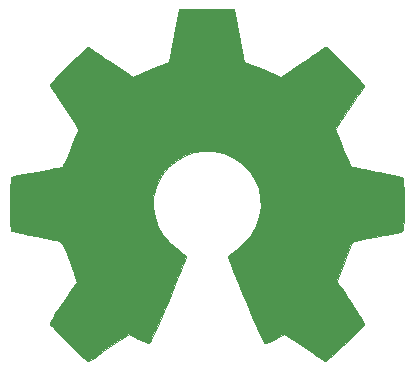
<source format=gbo>
%TF.GenerationSoftware,KiCad,Pcbnew,(5.99.0-9801-g46d71f0d23)*%
%TF.CreationDate,2021-03-17T00:26:50+01:00*%
%TF.ProjectId,pi-hat-lorawan-gateway-minipci,70692d68-6174-42d6-9c6f-726177616e2d,rev?*%
%TF.SameCoordinates,Original*%
%TF.FileFunction,Legend,Bot*%
%TF.FilePolarity,Positive*%
%FSLAX46Y46*%
G04 Gerber Fmt 4.6, Leading zero omitted, Abs format (unit mm)*
G04 Created by KiCad (PCBNEW (5.99.0-9801-g46d71f0d23)) date 2021-03-17 00:26:50*
%MOMM*%
%LPD*%
G01*
G04 APERTURE LIST*
%ADD10C,0.010000*%
G04 APERTURE END LIST*
D10*
%TO.C,REF\u002A\u002A*%
X207780493Y-90331600D02*
X207358309Y-92571068D01*
X207358309Y-92571068D02*
X205800509Y-93213245D01*
X205800509Y-93213245D02*
X204242709Y-93855421D01*
X204242709Y-93855421D02*
X202373868Y-92584623D01*
X202373868Y-92584623D02*
X201850495Y-92230790D01*
X201850495Y-92230790D02*
X201377394Y-91914863D01*
X201377394Y-91914863D02*
X200976642Y-91651268D01*
X200976642Y-91651268D02*
X200670316Y-91454426D01*
X200670316Y-91454426D02*
X200480494Y-91338763D01*
X200480494Y-91338763D02*
X200428799Y-91313824D01*
X200428799Y-91313824D02*
X200335672Y-91377965D01*
X200335672Y-91377965D02*
X200136669Y-91555289D01*
X200136669Y-91555289D02*
X199854098Y-91823143D01*
X199854098Y-91823143D02*
X199510263Y-92158875D01*
X199510263Y-92158875D02*
X199127471Y-92539834D01*
X199127471Y-92539834D02*
X198728027Y-92943369D01*
X198728027Y-92943369D02*
X198334237Y-93346826D01*
X198334237Y-93346826D02*
X197968407Y-93727556D01*
X197968407Y-93727556D02*
X197652842Y-94062905D01*
X197652842Y-94062905D02*
X197409849Y-94330222D01*
X197409849Y-94330222D02*
X197261733Y-94506856D01*
X197261733Y-94506856D02*
X197226324Y-94565969D01*
X197226324Y-94565969D02*
X197277283Y-94674949D01*
X197277283Y-94674949D02*
X197420149Y-94913702D01*
X197420149Y-94913702D02*
X197639898Y-95258875D01*
X197639898Y-95258875D02*
X197921511Y-95687113D01*
X197921511Y-95687113D02*
X198249967Y-96175064D01*
X198249967Y-96175064D02*
X198440294Y-96453379D01*
X198440294Y-96453379D02*
X198787206Y-96961582D01*
X198787206Y-96961582D02*
X199095472Y-97420184D01*
X199095472Y-97420184D02*
X199350137Y-97806356D01*
X199350137Y-97806356D02*
X199536247Y-98097272D01*
X199536247Y-98097272D02*
X199638848Y-98270104D01*
X199638848Y-98270104D02*
X199654265Y-98306425D01*
X199654265Y-98306425D02*
X199619314Y-98409651D01*
X199619314Y-98409651D02*
X199524045Y-98650229D01*
X199524045Y-98650229D02*
X199382832Y-98994336D01*
X199382832Y-98994336D02*
X199210051Y-99408145D01*
X199210051Y-99408145D02*
X199020075Y-99857831D01*
X199020075Y-99857831D02*
X198827279Y-100309569D01*
X198827279Y-100309569D02*
X198646038Y-100729534D01*
X198646038Y-100729534D02*
X198490727Y-101083900D01*
X198490727Y-101083900D02*
X198375721Y-101338843D01*
X198375721Y-101338843D02*
X198315393Y-101460536D01*
X198315393Y-101460536D02*
X198311832Y-101465326D01*
X198311832Y-101465326D02*
X198217105Y-101488562D01*
X198217105Y-101488562D02*
X197964828Y-101540400D01*
X197964828Y-101540400D02*
X197581150Y-101615746D01*
X197581150Y-101615746D02*
X197092221Y-101709502D01*
X197092221Y-101709502D02*
X196524189Y-101816572D01*
X196524189Y-101816572D02*
X196192773Y-101878316D01*
X196192773Y-101878316D02*
X195585802Y-101993883D01*
X195585802Y-101993883D02*
X195037565Y-102103851D01*
X195037565Y-102103851D02*
X194575799Y-102202203D01*
X194575799Y-102202203D02*
X194228239Y-102282923D01*
X194228239Y-102282923D02*
X194022621Y-102339992D01*
X194022621Y-102339992D02*
X193981287Y-102358099D01*
X193981287Y-102358099D02*
X193940804Y-102480654D01*
X193940804Y-102480654D02*
X193908140Y-102757442D01*
X193908140Y-102757442D02*
X193883273Y-103156096D01*
X193883273Y-103156096D02*
X193866181Y-103644249D01*
X193866181Y-103644249D02*
X193856841Y-104189536D01*
X193856841Y-104189536D02*
X193855232Y-104759588D01*
X193855232Y-104759588D02*
X193861331Y-105322038D01*
X193861331Y-105322038D02*
X193875117Y-105844522D01*
X193875117Y-105844522D02*
X193896566Y-106294670D01*
X193896566Y-106294670D02*
X193925658Y-106640117D01*
X193925658Y-106640117D02*
X193962369Y-106848495D01*
X193962369Y-106848495D02*
X193984388Y-106891875D01*
X193984388Y-106891875D02*
X194116004Y-106943870D01*
X194116004Y-106943870D02*
X194394892Y-107018205D01*
X194394892Y-107018205D02*
X194784163Y-107106148D01*
X194784163Y-107106148D02*
X195246927Y-107198965D01*
X195246927Y-107198965D02*
X195408468Y-107228992D01*
X195408468Y-107228992D02*
X196187322Y-107371654D01*
X196187322Y-107371654D02*
X196802560Y-107486546D01*
X196802560Y-107486546D02*
X197274512Y-107578233D01*
X197274512Y-107578233D02*
X197623506Y-107651282D01*
X197623506Y-107651282D02*
X197869871Y-107710259D01*
X197869871Y-107710259D02*
X198033936Y-107759731D01*
X198033936Y-107759731D02*
X198136029Y-107804265D01*
X198136029Y-107804265D02*
X198196479Y-107848426D01*
X198196479Y-107848426D02*
X198204936Y-107857154D01*
X198204936Y-107857154D02*
X198289364Y-107997749D01*
X198289364Y-107997749D02*
X198418157Y-108271367D01*
X198418157Y-108271367D02*
X198578457Y-108644501D01*
X198578457Y-108644501D02*
X198757404Y-109083649D01*
X198757404Y-109083649D02*
X198942136Y-109555304D01*
X198942136Y-109555304D02*
X199119794Y-110025962D01*
X199119794Y-110025962D02*
X199277518Y-110462119D01*
X199277518Y-110462119D02*
X199402447Y-110830270D01*
X199402447Y-110830270D02*
X199481721Y-111096909D01*
X199481721Y-111096909D02*
X199502481Y-111228533D01*
X199502481Y-111228533D02*
X199500750Y-111233144D01*
X199500750Y-111233144D02*
X199430411Y-111340729D01*
X199430411Y-111340729D02*
X199270838Y-111577444D01*
X199270838Y-111577444D02*
X199038801Y-111918649D01*
X199038801Y-111918649D02*
X198751068Y-112339706D01*
X198751068Y-112339706D02*
X198424408Y-112815976D01*
X198424408Y-112815976D02*
X198331379Y-112951322D01*
X198331379Y-112951322D02*
X197999677Y-113442010D01*
X197999677Y-113442010D02*
X197707793Y-113889716D01*
X197707793Y-113889716D02*
X197471628Y-114268731D01*
X197471628Y-114268731D02*
X197307081Y-114553345D01*
X197307081Y-114553345D02*
X197230055Y-114717852D01*
X197230055Y-114717852D02*
X197226324Y-114738062D01*
X197226324Y-114738062D02*
X197291041Y-114844289D01*
X197291041Y-114844289D02*
X197469865Y-115054728D01*
X197469865Y-115054728D02*
X197739810Y-115346762D01*
X197739810Y-115346762D02*
X198077886Y-115697776D01*
X198077886Y-115697776D02*
X198461104Y-116085152D01*
X198461104Y-116085152D02*
X198866478Y-116486273D01*
X198866478Y-116486273D02*
X199271017Y-116878522D01*
X199271017Y-116878522D02*
X199651735Y-117239284D01*
X199651735Y-117239284D02*
X199985642Y-117545941D01*
X199985642Y-117545941D02*
X200249750Y-117775876D01*
X200249750Y-117775876D02*
X200421071Y-117906472D01*
X200421071Y-117906472D02*
X200468465Y-117927794D01*
X200468465Y-117927794D02*
X200578782Y-117877573D01*
X200578782Y-117877573D02*
X200804645Y-117742122D01*
X200804645Y-117742122D02*
X201109263Y-117544259D01*
X201109263Y-117544259D02*
X201343635Y-117385002D01*
X201343635Y-117385002D02*
X201768306Y-117092776D01*
X201768306Y-117092776D02*
X202271220Y-116748691D01*
X202271220Y-116748691D02*
X202775669Y-116405157D01*
X202775669Y-116405157D02*
X203046876Y-116221298D01*
X203046876Y-116221298D02*
X203964855Y-115600388D01*
X203964855Y-115600388D02*
X204735434Y-116017032D01*
X204735434Y-116017032D02*
X205086490Y-116199556D01*
X205086490Y-116199556D02*
X205385011Y-116341427D01*
X205385011Y-116341427D02*
X205586996Y-116422344D01*
X205586996Y-116422344D02*
X205638411Y-116433603D01*
X205638411Y-116433603D02*
X205700236Y-116350473D01*
X205700236Y-116350473D02*
X205822206Y-116115560D01*
X205822206Y-116115560D02*
X205995217Y-115750532D01*
X205995217Y-115750532D02*
X206210163Y-115277060D01*
X206210163Y-115277060D02*
X206457939Y-114716811D01*
X206457939Y-114716811D02*
X206729441Y-114091453D01*
X206729441Y-114091453D02*
X207015563Y-113422657D01*
X207015563Y-113422657D02*
X207307200Y-112732089D01*
X207307200Y-112732089D02*
X207595247Y-112041420D01*
X207595247Y-112041420D02*
X207870600Y-111372318D01*
X207870600Y-111372318D02*
X208124152Y-110746451D01*
X208124152Y-110746451D02*
X208346800Y-110185488D01*
X208346800Y-110185488D02*
X208529438Y-109711099D01*
X208529438Y-109711099D02*
X208662960Y-109344950D01*
X208662960Y-109344950D02*
X208738263Y-109108712D01*
X208738263Y-109108712D02*
X208750373Y-109027578D01*
X208750373Y-109027578D02*
X208654388Y-108924089D01*
X208654388Y-108924089D02*
X208444229Y-108756095D01*
X208444229Y-108756095D02*
X208163832Y-108558501D01*
X208163832Y-108558501D02*
X208140298Y-108542868D01*
X208140298Y-108542868D02*
X207415581Y-107962757D01*
X207415581Y-107962757D02*
X206831221Y-107285965D01*
X206831221Y-107285965D02*
X206392282Y-106534133D01*
X206392282Y-106534133D02*
X206103829Y-105728902D01*
X206103829Y-105728902D02*
X205970924Y-104891912D01*
X205970924Y-104891912D02*
X205998634Y-104044804D01*
X205998634Y-104044804D02*
X206192021Y-103209219D01*
X206192021Y-103209219D02*
X206556151Y-102406798D01*
X206556151Y-102406798D02*
X206663281Y-102231238D01*
X206663281Y-102231238D02*
X207220494Y-101522318D01*
X207220494Y-101522318D02*
X207878774Y-100953044D01*
X207878774Y-100953044D02*
X208615337Y-100526378D01*
X208615337Y-100526378D02*
X209407399Y-100245279D01*
X209407399Y-100245279D02*
X210232176Y-100112709D01*
X210232176Y-100112709D02*
X211066886Y-100131627D01*
X211066886Y-100131627D02*
X211888744Y-100304995D01*
X211888744Y-100304995D02*
X212674966Y-100635772D01*
X212674966Y-100635772D02*
X213402769Y-101126919D01*
X213402769Y-101126919D02*
X213627900Y-101326265D01*
X213627900Y-101326265D02*
X214200868Y-101950271D01*
X214200868Y-101950271D02*
X214618385Y-102607171D01*
X214618385Y-102607171D02*
X214904787Y-103343497D01*
X214904787Y-103343497D02*
X215064298Y-104072689D01*
X215064298Y-104072689D02*
X215103675Y-104892531D01*
X215103675Y-104892531D02*
X214972372Y-105716443D01*
X214972372Y-105716443D02*
X214683725Y-106516576D01*
X214683725Y-106516576D02*
X214251073Y-107265080D01*
X214251073Y-107265080D02*
X213687753Y-107934109D01*
X213687753Y-107934109D02*
X213007101Y-108495812D01*
X213007101Y-108495812D02*
X212917646Y-108555021D01*
X212917646Y-108555021D02*
X212634244Y-108748920D01*
X212634244Y-108748920D02*
X212418806Y-108916921D01*
X212418806Y-108916921D02*
X212315809Y-109024187D01*
X212315809Y-109024187D02*
X212314311Y-109027578D01*
X212314311Y-109027578D02*
X212336423Y-109143615D01*
X212336423Y-109143615D02*
X212424079Y-109406966D01*
X212424079Y-109406966D02*
X212568169Y-109795970D01*
X212568169Y-109795970D02*
X212759584Y-110288961D01*
X212759584Y-110288961D02*
X212989216Y-110864276D01*
X212989216Y-110864276D02*
X213247957Y-111500252D01*
X213247957Y-111500252D02*
X213526698Y-112175225D01*
X213526698Y-112175225D02*
X213816329Y-112867530D01*
X213816329Y-112867530D02*
X214107744Y-113555504D01*
X214107744Y-113555504D02*
X214391832Y-114217483D01*
X214391832Y-114217483D02*
X214659485Y-114831804D01*
X214659485Y-114831804D02*
X214901594Y-115376802D01*
X214901594Y-115376802D02*
X215109052Y-115830815D01*
X215109052Y-115830815D02*
X215272749Y-116172177D01*
X215272749Y-116172177D02*
X215383577Y-116379225D01*
X215383577Y-116379225D02*
X215428207Y-116433603D01*
X215428207Y-116433603D02*
X215564585Y-116391259D01*
X215564585Y-116391259D02*
X215819762Y-116277692D01*
X215819762Y-116277692D02*
X216149737Y-116113200D01*
X216149737Y-116113200D02*
X216331184Y-116017032D01*
X216331184Y-116017032D02*
X217101763Y-115600388D01*
X217101763Y-115600388D02*
X218019742Y-116221298D01*
X218019742Y-116221298D02*
X218488350Y-116539386D01*
X218488350Y-116539386D02*
X219001394Y-116889433D01*
X219001394Y-116889433D02*
X219482167Y-117219031D01*
X219482167Y-117219031D02*
X219722983Y-117385002D01*
X219722983Y-117385002D02*
X220061682Y-117612441D01*
X220061682Y-117612441D02*
X220348482Y-117792677D01*
X220348482Y-117792677D02*
X220545971Y-117902885D01*
X220545971Y-117902885D02*
X220610116Y-117926183D01*
X220610116Y-117926183D02*
X220703479Y-117863335D01*
X220703479Y-117863335D02*
X220910106Y-117687885D01*
X220910106Y-117687885D02*
X221209964Y-117418050D01*
X221209964Y-117418050D02*
X221583022Y-117072045D01*
X221583022Y-117072045D02*
X222009247Y-116668088D01*
X222009247Y-116668088D02*
X222278816Y-116408720D01*
X222278816Y-116408720D02*
X222750431Y-115945338D01*
X222750431Y-115945338D02*
X223158012Y-115530877D01*
X223158012Y-115530877D02*
X223485081Y-115183068D01*
X223485081Y-115183068D02*
X223715163Y-114919640D01*
X223715163Y-114919640D02*
X223831782Y-114758323D01*
X223831782Y-114758323D02*
X223842970Y-114725586D01*
X223842970Y-114725586D02*
X223791051Y-114601063D01*
X223791051Y-114601063D02*
X223647578Y-114349283D01*
X223647578Y-114349283D02*
X223428468Y-113995738D01*
X223428468Y-113995738D02*
X223149634Y-113565917D01*
X223149634Y-113565917D02*
X222826992Y-113085311D01*
X222826992Y-113085311D02*
X222735239Y-112951322D01*
X222735239Y-112951322D02*
X222400919Y-112464334D01*
X222400919Y-112464334D02*
X222100982Y-112025883D01*
X222100982Y-112025883D02*
X221852197Y-111660607D01*
X221852197Y-111660607D02*
X221671333Y-111393146D01*
X221671333Y-111393146D02*
X221575159Y-111248138D01*
X221575159Y-111248138D02*
X221565868Y-111233144D01*
X221565868Y-111233144D02*
X221579763Y-111117580D01*
X221579763Y-111117580D02*
X221653518Y-110863496D01*
X221653518Y-110863496D02*
X221774273Y-110504396D01*
X221774273Y-110504396D02*
X221929169Y-110073784D01*
X221929169Y-110073784D02*
X222105344Y-109605166D01*
X222105344Y-109605166D02*
X222289938Y-109132046D01*
X222289938Y-109132046D02*
X222470092Y-108687929D01*
X222470092Y-108687929D02*
X222632945Y-108306319D01*
X222632945Y-108306319D02*
X222765637Y-108020721D01*
X222765637Y-108020721D02*
X222855308Y-107864641D01*
X222855308Y-107864641D02*
X222861682Y-107857154D01*
X222861682Y-107857154D02*
X222916516Y-107812547D01*
X222916516Y-107812547D02*
X223009130Y-107768436D01*
X223009130Y-107768436D02*
X223159852Y-107720254D01*
X223159852Y-107720254D02*
X223389011Y-107663434D01*
X223389011Y-107663434D02*
X223716936Y-107593411D01*
X223716936Y-107593411D02*
X224163954Y-107505618D01*
X224163954Y-107505618D02*
X224750396Y-107395488D01*
X224750396Y-107395488D02*
X225496589Y-107258455D01*
X225496589Y-107258455D02*
X225658150Y-107228992D01*
X225658150Y-107228992D02*
X226136984Y-107136477D01*
X226136984Y-107136477D02*
X226554424Y-107045974D01*
X226554424Y-107045974D02*
X226873579Y-106966213D01*
X226873579Y-106966213D02*
X227057561Y-106905929D01*
X227057561Y-106905929D02*
X227082231Y-106891875D01*
X227082231Y-106891875D02*
X227122883Y-106767275D01*
X227122883Y-106767275D02*
X227155926Y-106488830D01*
X227155926Y-106488830D02*
X227181339Y-106088908D01*
X227181339Y-106088908D02*
X227199100Y-105599876D01*
X227199100Y-105599876D02*
X227209186Y-105054100D01*
X227209186Y-105054100D02*
X227211575Y-104483947D01*
X227211575Y-104483947D02*
X227206244Y-103921784D01*
X227206244Y-103921784D02*
X227193173Y-103399978D01*
X227193173Y-103399978D02*
X227172339Y-102950896D01*
X227172339Y-102950896D02*
X227143719Y-102606905D01*
X227143719Y-102606905D02*
X227107291Y-102400371D01*
X227107291Y-102400371D02*
X227085331Y-102358099D01*
X227085331Y-102358099D02*
X226963074Y-102315459D01*
X226963074Y-102315459D02*
X226684682Y-102246089D01*
X226684682Y-102246089D02*
X226277890Y-102156008D01*
X226277890Y-102156008D02*
X225770435Y-102051232D01*
X225770435Y-102051232D02*
X225190054Y-101937779D01*
X225190054Y-101937779D02*
X224873845Y-101878316D01*
X224873845Y-101878316D02*
X224273888Y-101766163D01*
X224273888Y-101766163D02*
X223738872Y-101664563D01*
X223738872Y-101664563D02*
X223294944Y-101578614D01*
X223294944Y-101578614D02*
X222968255Y-101513412D01*
X222968255Y-101513412D02*
X222784955Y-101474052D01*
X222784955Y-101474052D02*
X222754787Y-101465326D01*
X222754787Y-101465326D02*
X222703798Y-101366947D01*
X222703798Y-101366947D02*
X222596015Y-101129983D01*
X222596015Y-101129983D02*
X222445804Y-100788287D01*
X222445804Y-100788287D02*
X222267532Y-100375714D01*
X222267532Y-100375714D02*
X222075567Y-99926118D01*
X222075567Y-99926118D02*
X221884276Y-99473351D01*
X221884276Y-99473351D02*
X221708026Y-99051267D01*
X221708026Y-99051267D02*
X221561183Y-98693720D01*
X221561183Y-98693720D02*
X221458115Y-98434564D01*
X221458115Y-98434564D02*
X221413189Y-98307652D01*
X221413189Y-98307652D02*
X221412353Y-98302105D01*
X221412353Y-98302105D02*
X221463283Y-98201989D01*
X221463283Y-98201989D02*
X221606067Y-97971599D01*
X221606067Y-97971599D02*
X221825698Y-97633832D01*
X221825698Y-97633832D02*
X222107169Y-97211587D01*
X222107169Y-97211587D02*
X222435472Y-96727762D01*
X222435472Y-96727762D02*
X222626324Y-96449853D01*
X222626324Y-96449853D02*
X222974090Y-95940289D01*
X222974090Y-95940289D02*
X223282971Y-95477659D01*
X223282971Y-95477659D02*
X223537896Y-95085365D01*
X223537896Y-95085365D02*
X223723793Y-94786810D01*
X223723793Y-94786810D02*
X223825592Y-94605399D01*
X223825592Y-94605399D02*
X223840294Y-94564732D01*
X223840294Y-94564732D02*
X223777093Y-94470074D01*
X223777093Y-94470074D02*
X223602369Y-94267965D01*
X223602369Y-94267965D02*
X223338442Y-93981047D01*
X223338442Y-93981047D02*
X223007630Y-93631963D01*
X223007630Y-93631963D02*
X222632253Y-93243354D01*
X222632253Y-93243354D02*
X222234631Y-92837865D01*
X222234631Y-92837865D02*
X221837083Y-92438136D01*
X221837083Y-92438136D02*
X221461928Y-92066811D01*
X221461928Y-92066811D02*
X221131486Y-91746532D01*
X221131486Y-91746532D02*
X220868076Y-91499942D01*
X220868076Y-91499942D02*
X220694017Y-91349684D01*
X220694017Y-91349684D02*
X220635788Y-91313824D01*
X220635788Y-91313824D02*
X220540976Y-91364248D01*
X220540976Y-91364248D02*
X220314207Y-91505908D01*
X220314207Y-91505908D02*
X219977528Y-91724382D01*
X219977528Y-91724382D02*
X219552988Y-92005251D01*
X219552988Y-92005251D02*
X219062635Y-92334095D01*
X219062635Y-92334095D02*
X218692750Y-92584623D01*
X218692750Y-92584623D02*
X216823909Y-93855421D01*
X216823909Y-93855421D02*
X215266109Y-93213245D01*
X215266109Y-93213245D02*
X213708309Y-92571068D01*
X213708309Y-92571068D02*
X213286125Y-90331600D01*
X213286125Y-90331600D02*
X212863941Y-88092133D01*
X212863941Y-88092133D02*
X208202677Y-88092133D01*
X208202677Y-88092133D02*
X207780493Y-90331600D01*
X207780493Y-90331600D02*
X207780493Y-90331600D01*
G36*
X213286125Y-90331600D02*
G01*
X213708309Y-92571068D01*
X215266109Y-93213245D01*
X216823909Y-93855421D01*
X218692750Y-92584623D01*
X219062635Y-92334095D01*
X219552988Y-92005251D01*
X219977528Y-91724382D01*
X220314207Y-91505908D01*
X220540976Y-91364248D01*
X220635788Y-91313824D01*
X220694017Y-91349684D01*
X220868076Y-91499942D01*
X221131486Y-91746532D01*
X221461928Y-92066811D01*
X221837083Y-92438136D01*
X222234631Y-92837865D01*
X222632253Y-93243354D01*
X223007630Y-93631963D01*
X223338442Y-93981047D01*
X223602369Y-94267965D01*
X223777093Y-94470074D01*
X223840294Y-94564732D01*
X223825592Y-94605399D01*
X223723793Y-94786810D01*
X223537896Y-95085365D01*
X223282971Y-95477659D01*
X222974090Y-95940289D01*
X222626324Y-96449853D01*
X222435472Y-96727762D01*
X222107169Y-97211587D01*
X221825698Y-97633832D01*
X221606067Y-97971599D01*
X221463283Y-98201989D01*
X221412353Y-98302105D01*
X221413189Y-98307652D01*
X221458115Y-98434564D01*
X221561183Y-98693720D01*
X221708026Y-99051267D01*
X221884276Y-99473351D01*
X222075567Y-99926118D01*
X222267532Y-100375714D01*
X222445804Y-100788287D01*
X222596015Y-101129983D01*
X222703798Y-101366947D01*
X222754787Y-101465326D01*
X222784955Y-101474052D01*
X222968255Y-101513412D01*
X223294944Y-101578614D01*
X223738872Y-101664563D01*
X224273888Y-101766163D01*
X224873845Y-101878316D01*
X225190054Y-101937779D01*
X225770435Y-102051232D01*
X226277890Y-102156008D01*
X226684682Y-102246089D01*
X226963074Y-102315459D01*
X227085331Y-102358099D01*
X227107291Y-102400371D01*
X227143719Y-102606905D01*
X227172339Y-102950896D01*
X227193173Y-103399978D01*
X227206244Y-103921784D01*
X227211575Y-104483947D01*
X227209186Y-105054100D01*
X227199100Y-105599876D01*
X227181339Y-106088908D01*
X227155926Y-106488830D01*
X227122883Y-106767275D01*
X227082231Y-106891875D01*
X227057561Y-106905929D01*
X226873579Y-106966213D01*
X226554424Y-107045974D01*
X226136984Y-107136477D01*
X225658150Y-107228992D01*
X225496589Y-107258455D01*
X224750396Y-107395488D01*
X224163954Y-107505618D01*
X223716936Y-107593411D01*
X223389011Y-107663434D01*
X223159852Y-107720254D01*
X223009130Y-107768436D01*
X222916516Y-107812547D01*
X222861682Y-107857154D01*
X222855308Y-107864641D01*
X222765637Y-108020721D01*
X222632945Y-108306319D01*
X222470092Y-108687929D01*
X222289938Y-109132046D01*
X222105344Y-109605166D01*
X221929169Y-110073784D01*
X221774273Y-110504396D01*
X221653518Y-110863496D01*
X221579763Y-111117580D01*
X221565868Y-111233144D01*
X221575159Y-111248138D01*
X221671333Y-111393146D01*
X221852197Y-111660607D01*
X222100982Y-112025883D01*
X222400919Y-112464334D01*
X222735239Y-112951322D01*
X222826992Y-113085311D01*
X223149634Y-113565917D01*
X223428468Y-113995738D01*
X223647578Y-114349283D01*
X223791051Y-114601063D01*
X223842970Y-114725586D01*
X223831782Y-114758323D01*
X223715163Y-114919640D01*
X223485081Y-115183068D01*
X223158012Y-115530877D01*
X222750431Y-115945338D01*
X222278816Y-116408720D01*
X222009247Y-116668088D01*
X221583022Y-117072045D01*
X221209964Y-117418050D01*
X220910106Y-117687885D01*
X220703479Y-117863335D01*
X220610116Y-117926183D01*
X220545971Y-117902885D01*
X220348482Y-117792677D01*
X220061682Y-117612441D01*
X219722983Y-117385002D01*
X219482167Y-117219031D01*
X219001394Y-116889433D01*
X218488350Y-116539386D01*
X218019742Y-116221298D01*
X217101763Y-115600388D01*
X216331184Y-116017032D01*
X216149737Y-116113200D01*
X215819762Y-116277692D01*
X215564585Y-116391259D01*
X215428207Y-116433603D01*
X215383577Y-116379225D01*
X215272749Y-116172177D01*
X215109052Y-115830815D01*
X214901594Y-115376802D01*
X214659485Y-114831804D01*
X214391832Y-114217483D01*
X214107744Y-113555504D01*
X213816329Y-112867530D01*
X213526698Y-112175225D01*
X213247957Y-111500252D01*
X212989216Y-110864276D01*
X212759584Y-110288961D01*
X212568169Y-109795970D01*
X212424079Y-109406966D01*
X212336423Y-109143615D01*
X212314311Y-109027578D01*
X212315809Y-109024187D01*
X212418806Y-108916921D01*
X212634244Y-108748920D01*
X212917646Y-108555021D01*
X213007101Y-108495812D01*
X213687753Y-107934109D01*
X214251073Y-107265080D01*
X214683725Y-106516576D01*
X214972372Y-105716443D01*
X215103675Y-104892531D01*
X215064298Y-104072689D01*
X214904787Y-103343497D01*
X214618385Y-102607171D01*
X214200868Y-101950271D01*
X213627900Y-101326265D01*
X213402769Y-101126919D01*
X212674966Y-100635772D01*
X211888744Y-100304995D01*
X211066886Y-100131627D01*
X210232176Y-100112709D01*
X209407399Y-100245279D01*
X208615337Y-100526378D01*
X207878774Y-100953044D01*
X207220494Y-101522318D01*
X206663281Y-102231238D01*
X206556151Y-102406798D01*
X206192021Y-103209219D01*
X205998634Y-104044804D01*
X205970924Y-104891912D01*
X206103829Y-105728902D01*
X206392282Y-106534133D01*
X206831221Y-107285965D01*
X207415581Y-107962757D01*
X208140298Y-108542868D01*
X208163832Y-108558501D01*
X208444229Y-108756095D01*
X208654388Y-108924089D01*
X208750373Y-109027578D01*
X208738263Y-109108712D01*
X208662960Y-109344950D01*
X208529438Y-109711099D01*
X208346800Y-110185488D01*
X208124152Y-110746451D01*
X207870600Y-111372318D01*
X207595247Y-112041420D01*
X207307200Y-112732089D01*
X207015563Y-113422657D01*
X206729441Y-114091453D01*
X206457939Y-114716811D01*
X206210163Y-115277060D01*
X205995217Y-115750532D01*
X205822206Y-116115560D01*
X205700236Y-116350473D01*
X205638411Y-116433603D01*
X205586996Y-116422344D01*
X205385011Y-116341427D01*
X205086490Y-116199556D01*
X204735434Y-116017032D01*
X203964855Y-115600388D01*
X203046876Y-116221298D01*
X202775669Y-116405157D01*
X202271220Y-116748691D01*
X201768306Y-117092776D01*
X201343635Y-117385002D01*
X201109263Y-117544259D01*
X200804645Y-117742122D01*
X200578782Y-117877573D01*
X200468465Y-117927794D01*
X200421071Y-117906472D01*
X200249750Y-117775876D01*
X199985642Y-117545941D01*
X199651735Y-117239284D01*
X199271017Y-116878522D01*
X198866478Y-116486273D01*
X198461104Y-116085152D01*
X198077886Y-115697776D01*
X197739810Y-115346762D01*
X197469865Y-115054728D01*
X197291041Y-114844289D01*
X197226324Y-114738062D01*
X197230055Y-114717852D01*
X197307081Y-114553345D01*
X197471628Y-114268731D01*
X197707793Y-113889716D01*
X197999677Y-113442010D01*
X198331379Y-112951322D01*
X198424408Y-112815976D01*
X198751068Y-112339706D01*
X199038801Y-111918649D01*
X199270838Y-111577444D01*
X199430411Y-111340729D01*
X199500750Y-111233144D01*
X199502481Y-111228533D01*
X199481721Y-111096909D01*
X199402447Y-110830270D01*
X199277518Y-110462119D01*
X199119794Y-110025962D01*
X198942136Y-109555304D01*
X198757404Y-109083649D01*
X198578457Y-108644501D01*
X198418157Y-108271367D01*
X198289364Y-107997749D01*
X198204936Y-107857154D01*
X198196479Y-107848426D01*
X198136029Y-107804265D01*
X198033936Y-107759731D01*
X197869871Y-107710259D01*
X197623506Y-107651282D01*
X197274512Y-107578233D01*
X196802560Y-107486546D01*
X196187322Y-107371654D01*
X195408468Y-107228992D01*
X195246927Y-107198965D01*
X194784163Y-107106148D01*
X194394892Y-107018205D01*
X194116004Y-106943870D01*
X193984388Y-106891875D01*
X193962369Y-106848495D01*
X193925658Y-106640117D01*
X193896566Y-106294670D01*
X193875117Y-105844522D01*
X193861331Y-105322038D01*
X193855232Y-104759588D01*
X193856841Y-104189536D01*
X193866181Y-103644249D01*
X193883273Y-103156096D01*
X193908140Y-102757442D01*
X193940804Y-102480654D01*
X193981287Y-102358099D01*
X194022621Y-102339992D01*
X194228239Y-102282923D01*
X194575799Y-102202203D01*
X195037565Y-102103851D01*
X195585802Y-101993883D01*
X196192773Y-101878316D01*
X196524189Y-101816572D01*
X197092221Y-101709502D01*
X197581150Y-101615746D01*
X197964828Y-101540400D01*
X198217105Y-101488562D01*
X198311832Y-101465326D01*
X198315393Y-101460536D01*
X198375721Y-101338843D01*
X198490727Y-101083900D01*
X198646038Y-100729534D01*
X198827279Y-100309569D01*
X199020075Y-99857831D01*
X199210051Y-99408145D01*
X199382832Y-98994336D01*
X199524045Y-98650229D01*
X199619314Y-98409651D01*
X199654265Y-98306425D01*
X199638848Y-98270104D01*
X199536247Y-98097272D01*
X199350137Y-97806356D01*
X199095472Y-97420184D01*
X198787206Y-96961582D01*
X198440294Y-96453379D01*
X198249967Y-96175064D01*
X197921511Y-95687113D01*
X197639898Y-95258875D01*
X197420149Y-94913702D01*
X197277283Y-94674949D01*
X197226324Y-94565969D01*
X197261733Y-94506856D01*
X197409849Y-94330222D01*
X197652842Y-94062905D01*
X197968407Y-93727556D01*
X198334237Y-93346826D01*
X198728027Y-92943369D01*
X199127471Y-92539834D01*
X199510263Y-92158875D01*
X199854098Y-91823143D01*
X200136669Y-91555289D01*
X200335672Y-91377965D01*
X200428799Y-91313824D01*
X200480494Y-91338763D01*
X200670316Y-91454426D01*
X200976642Y-91651268D01*
X201377394Y-91914863D01*
X201850495Y-92230790D01*
X202373868Y-92584623D01*
X204242709Y-93855421D01*
X205800509Y-93213245D01*
X207358309Y-92571068D01*
X207780493Y-90331600D01*
X208202677Y-88092133D01*
X212863941Y-88092133D01*
X213286125Y-90331600D01*
G37*
X213286125Y-90331600D02*
X213708309Y-92571068D01*
X215266109Y-93213245D01*
X216823909Y-93855421D01*
X218692750Y-92584623D01*
X219062635Y-92334095D01*
X219552988Y-92005251D01*
X219977528Y-91724382D01*
X220314207Y-91505908D01*
X220540976Y-91364248D01*
X220635788Y-91313824D01*
X220694017Y-91349684D01*
X220868076Y-91499942D01*
X221131486Y-91746532D01*
X221461928Y-92066811D01*
X221837083Y-92438136D01*
X222234631Y-92837865D01*
X222632253Y-93243354D01*
X223007630Y-93631963D01*
X223338442Y-93981047D01*
X223602369Y-94267965D01*
X223777093Y-94470074D01*
X223840294Y-94564732D01*
X223825592Y-94605399D01*
X223723793Y-94786810D01*
X223537896Y-95085365D01*
X223282971Y-95477659D01*
X222974090Y-95940289D01*
X222626324Y-96449853D01*
X222435472Y-96727762D01*
X222107169Y-97211587D01*
X221825698Y-97633832D01*
X221606067Y-97971599D01*
X221463283Y-98201989D01*
X221412353Y-98302105D01*
X221413189Y-98307652D01*
X221458115Y-98434564D01*
X221561183Y-98693720D01*
X221708026Y-99051267D01*
X221884276Y-99473351D01*
X222075567Y-99926118D01*
X222267532Y-100375714D01*
X222445804Y-100788287D01*
X222596015Y-101129983D01*
X222703798Y-101366947D01*
X222754787Y-101465326D01*
X222784955Y-101474052D01*
X222968255Y-101513412D01*
X223294944Y-101578614D01*
X223738872Y-101664563D01*
X224273888Y-101766163D01*
X224873845Y-101878316D01*
X225190054Y-101937779D01*
X225770435Y-102051232D01*
X226277890Y-102156008D01*
X226684682Y-102246089D01*
X226963074Y-102315459D01*
X227085331Y-102358099D01*
X227107291Y-102400371D01*
X227143719Y-102606905D01*
X227172339Y-102950896D01*
X227193173Y-103399978D01*
X227206244Y-103921784D01*
X227211575Y-104483947D01*
X227209186Y-105054100D01*
X227199100Y-105599876D01*
X227181339Y-106088908D01*
X227155926Y-106488830D01*
X227122883Y-106767275D01*
X227082231Y-106891875D01*
X227057561Y-106905929D01*
X226873579Y-106966213D01*
X226554424Y-107045974D01*
X226136984Y-107136477D01*
X225658150Y-107228992D01*
X225496589Y-107258455D01*
X224750396Y-107395488D01*
X224163954Y-107505618D01*
X223716936Y-107593411D01*
X223389011Y-107663434D01*
X223159852Y-107720254D01*
X223009130Y-107768436D01*
X222916516Y-107812547D01*
X222861682Y-107857154D01*
X222855308Y-107864641D01*
X222765637Y-108020721D01*
X222632945Y-108306319D01*
X222470092Y-108687929D01*
X222289938Y-109132046D01*
X222105344Y-109605166D01*
X221929169Y-110073784D01*
X221774273Y-110504396D01*
X221653518Y-110863496D01*
X221579763Y-111117580D01*
X221565868Y-111233144D01*
X221575159Y-111248138D01*
X221671333Y-111393146D01*
X221852197Y-111660607D01*
X222100982Y-112025883D01*
X222400919Y-112464334D01*
X222735239Y-112951322D01*
X222826992Y-113085311D01*
X223149634Y-113565917D01*
X223428468Y-113995738D01*
X223647578Y-114349283D01*
X223791051Y-114601063D01*
X223842970Y-114725586D01*
X223831782Y-114758323D01*
X223715163Y-114919640D01*
X223485081Y-115183068D01*
X223158012Y-115530877D01*
X222750431Y-115945338D01*
X222278816Y-116408720D01*
X222009247Y-116668088D01*
X221583022Y-117072045D01*
X221209964Y-117418050D01*
X220910106Y-117687885D01*
X220703479Y-117863335D01*
X220610116Y-117926183D01*
X220545971Y-117902885D01*
X220348482Y-117792677D01*
X220061682Y-117612441D01*
X219722983Y-117385002D01*
X219482167Y-117219031D01*
X219001394Y-116889433D01*
X218488350Y-116539386D01*
X218019742Y-116221298D01*
X217101763Y-115600388D01*
X216331184Y-116017032D01*
X216149737Y-116113200D01*
X215819762Y-116277692D01*
X215564585Y-116391259D01*
X215428207Y-116433603D01*
X215383577Y-116379225D01*
X215272749Y-116172177D01*
X215109052Y-115830815D01*
X214901594Y-115376802D01*
X214659485Y-114831804D01*
X214391832Y-114217483D01*
X214107744Y-113555504D01*
X213816329Y-112867530D01*
X213526698Y-112175225D01*
X213247957Y-111500252D01*
X212989216Y-110864276D01*
X212759584Y-110288961D01*
X212568169Y-109795970D01*
X212424079Y-109406966D01*
X212336423Y-109143615D01*
X212314311Y-109027578D01*
X212315809Y-109024187D01*
X212418806Y-108916921D01*
X212634244Y-108748920D01*
X212917646Y-108555021D01*
X213007101Y-108495812D01*
X213687753Y-107934109D01*
X214251073Y-107265080D01*
X214683725Y-106516576D01*
X214972372Y-105716443D01*
X215103675Y-104892531D01*
X215064298Y-104072689D01*
X214904787Y-103343497D01*
X214618385Y-102607171D01*
X214200868Y-101950271D01*
X213627900Y-101326265D01*
X213402769Y-101126919D01*
X212674966Y-100635772D01*
X211888744Y-100304995D01*
X211066886Y-100131627D01*
X210232176Y-100112709D01*
X209407399Y-100245279D01*
X208615337Y-100526378D01*
X207878774Y-100953044D01*
X207220494Y-101522318D01*
X206663281Y-102231238D01*
X206556151Y-102406798D01*
X206192021Y-103209219D01*
X205998634Y-104044804D01*
X205970924Y-104891912D01*
X206103829Y-105728902D01*
X206392282Y-106534133D01*
X206831221Y-107285965D01*
X207415581Y-107962757D01*
X208140298Y-108542868D01*
X208163832Y-108558501D01*
X208444229Y-108756095D01*
X208654388Y-108924089D01*
X208750373Y-109027578D01*
X208738263Y-109108712D01*
X208662960Y-109344950D01*
X208529438Y-109711099D01*
X208346800Y-110185488D01*
X208124152Y-110746451D01*
X207870600Y-111372318D01*
X207595247Y-112041420D01*
X207307200Y-112732089D01*
X207015563Y-113422657D01*
X206729441Y-114091453D01*
X206457939Y-114716811D01*
X206210163Y-115277060D01*
X205995217Y-115750532D01*
X205822206Y-116115560D01*
X205700236Y-116350473D01*
X205638411Y-116433603D01*
X205586996Y-116422344D01*
X205385011Y-116341427D01*
X205086490Y-116199556D01*
X204735434Y-116017032D01*
X203964855Y-115600388D01*
X203046876Y-116221298D01*
X202775669Y-116405157D01*
X202271220Y-116748691D01*
X201768306Y-117092776D01*
X201343635Y-117385002D01*
X201109263Y-117544259D01*
X200804645Y-117742122D01*
X200578782Y-117877573D01*
X200468465Y-117927794D01*
X200421071Y-117906472D01*
X200249750Y-117775876D01*
X199985642Y-117545941D01*
X199651735Y-117239284D01*
X199271017Y-116878522D01*
X198866478Y-116486273D01*
X198461104Y-116085152D01*
X198077886Y-115697776D01*
X197739810Y-115346762D01*
X197469865Y-115054728D01*
X197291041Y-114844289D01*
X197226324Y-114738062D01*
X197230055Y-114717852D01*
X197307081Y-114553345D01*
X197471628Y-114268731D01*
X197707793Y-113889716D01*
X197999677Y-113442010D01*
X198331379Y-112951322D01*
X198424408Y-112815976D01*
X198751068Y-112339706D01*
X199038801Y-111918649D01*
X199270838Y-111577444D01*
X199430411Y-111340729D01*
X199500750Y-111233144D01*
X199502481Y-111228533D01*
X199481721Y-111096909D01*
X199402447Y-110830270D01*
X199277518Y-110462119D01*
X199119794Y-110025962D01*
X198942136Y-109555304D01*
X198757404Y-109083649D01*
X198578457Y-108644501D01*
X198418157Y-108271367D01*
X198289364Y-107997749D01*
X198204936Y-107857154D01*
X198196479Y-107848426D01*
X198136029Y-107804265D01*
X198033936Y-107759731D01*
X197869871Y-107710259D01*
X197623506Y-107651282D01*
X197274512Y-107578233D01*
X196802560Y-107486546D01*
X196187322Y-107371654D01*
X195408468Y-107228992D01*
X195246927Y-107198965D01*
X194784163Y-107106148D01*
X194394892Y-107018205D01*
X194116004Y-106943870D01*
X193984388Y-106891875D01*
X193962369Y-106848495D01*
X193925658Y-106640117D01*
X193896566Y-106294670D01*
X193875117Y-105844522D01*
X193861331Y-105322038D01*
X193855232Y-104759588D01*
X193856841Y-104189536D01*
X193866181Y-103644249D01*
X193883273Y-103156096D01*
X193908140Y-102757442D01*
X193940804Y-102480654D01*
X193981287Y-102358099D01*
X194022621Y-102339992D01*
X194228239Y-102282923D01*
X194575799Y-102202203D01*
X195037565Y-102103851D01*
X195585802Y-101993883D01*
X196192773Y-101878316D01*
X196524189Y-101816572D01*
X197092221Y-101709502D01*
X197581150Y-101615746D01*
X197964828Y-101540400D01*
X198217105Y-101488562D01*
X198311832Y-101465326D01*
X198315393Y-101460536D01*
X198375721Y-101338843D01*
X198490727Y-101083900D01*
X198646038Y-100729534D01*
X198827279Y-100309569D01*
X199020075Y-99857831D01*
X199210051Y-99408145D01*
X199382832Y-98994336D01*
X199524045Y-98650229D01*
X199619314Y-98409651D01*
X199654265Y-98306425D01*
X199638848Y-98270104D01*
X199536247Y-98097272D01*
X199350137Y-97806356D01*
X199095472Y-97420184D01*
X198787206Y-96961582D01*
X198440294Y-96453379D01*
X198249967Y-96175064D01*
X197921511Y-95687113D01*
X197639898Y-95258875D01*
X197420149Y-94913702D01*
X197277283Y-94674949D01*
X197226324Y-94565969D01*
X197261733Y-94506856D01*
X197409849Y-94330222D01*
X197652842Y-94062905D01*
X197968407Y-93727556D01*
X198334237Y-93346826D01*
X198728027Y-92943369D01*
X199127471Y-92539834D01*
X199510263Y-92158875D01*
X199854098Y-91823143D01*
X200136669Y-91555289D01*
X200335672Y-91377965D01*
X200428799Y-91313824D01*
X200480494Y-91338763D01*
X200670316Y-91454426D01*
X200976642Y-91651268D01*
X201377394Y-91914863D01*
X201850495Y-92230790D01*
X202373868Y-92584623D01*
X204242709Y-93855421D01*
X205800509Y-93213245D01*
X207358309Y-92571068D01*
X207780493Y-90331600D01*
X208202677Y-88092133D01*
X212863941Y-88092133D01*
X213286125Y-90331600D01*
%TD*%
M02*

</source>
